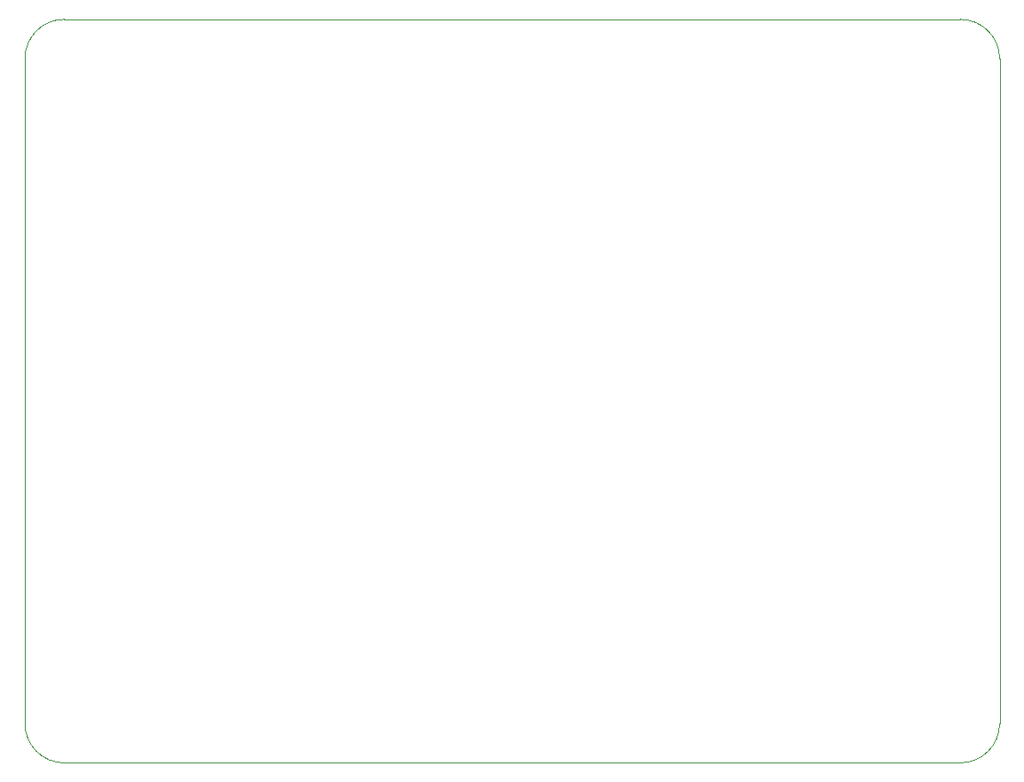
<source format=gbr>
%TF.GenerationSoftware,KiCad,Pcbnew,(6.0.0)*%
%TF.CreationDate,2022-02-15T17:29:59-06:00*%
%TF.ProjectId,digitizer,64696769-7469-47a6-9572-2e6b69636164,1*%
%TF.SameCoordinates,Original*%
%TF.FileFunction,Profile,NP*%
%FSLAX46Y46*%
G04 Gerber Fmt 4.6, Leading zero omitted, Abs format (unit mm)*
G04 Created by KiCad (PCBNEW (6.0.0)) date 2022-02-15 17:29:59*
%MOMM*%
%LPD*%
G01*
G04 APERTURE LIST*
%TA.AperFunction,Profile*%
%ADD10C,0.100000*%
%TD*%
G04 APERTURE END LIST*
D10*
X166500000Y-120000000D02*
G75*
G03*
X170250000Y-116250000I-1J3750001D01*
G01*
X81000000Y-49000000D02*
G75*
G03*
X77250000Y-52750000I1J-3750001D01*
G01*
X77250000Y-116250000D02*
G75*
G03*
X81000000Y-120000000I3750001J1D01*
G01*
X77250000Y-52750000D02*
X77250000Y-116250000D01*
X166500000Y-120000000D02*
X81000000Y-120000000D01*
X81000000Y-49000000D02*
X166500000Y-49000000D01*
X170250000Y-116250000D02*
X170250000Y-52750000D01*
X170250000Y-52750000D02*
G75*
G03*
X166500000Y-49000000I-3750001J-1D01*
G01*
M02*

</source>
